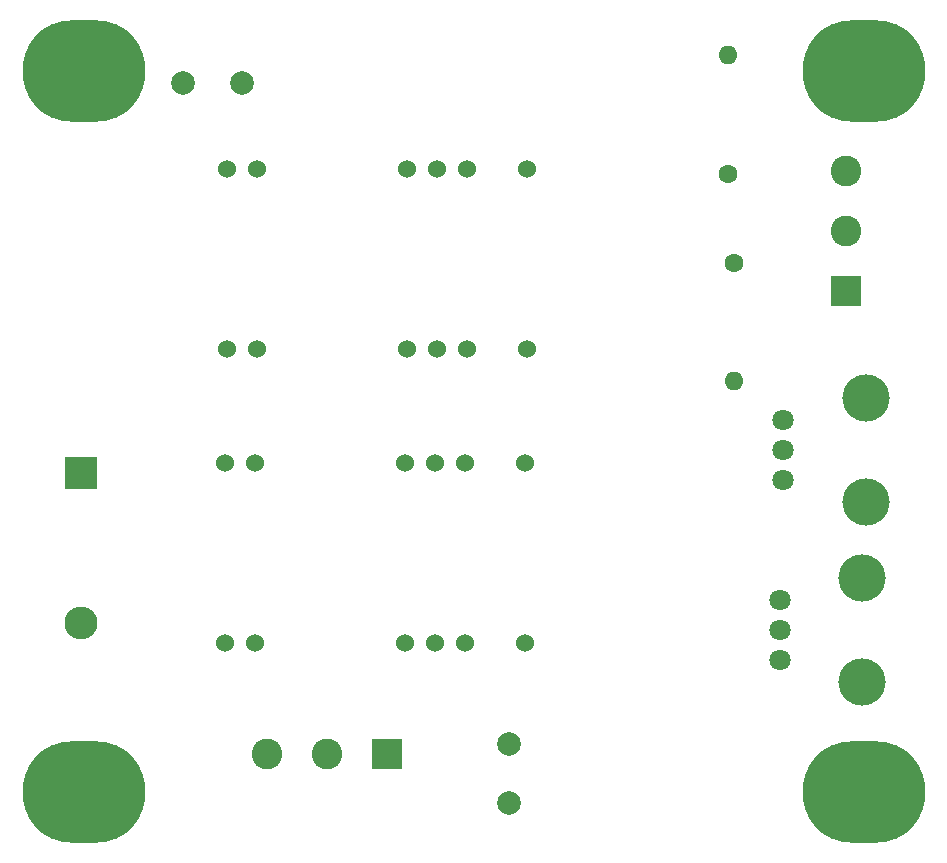
<source format=gbr>
G04 #@! TF.GenerationSoftware,KiCad,Pcbnew,(5.0.0)*
G04 #@! TF.CreationDate,2019-08-30T22:58:39+01:00*
G04 #@! TF.ProjectId,Display PSU,446973706C6179205053552E6B696361,rev?*
G04 #@! TF.SameCoordinates,Original*
G04 #@! TF.FileFunction,Soldermask,Top*
G04 #@! TF.FilePolarity,Negative*
%FSLAX46Y46*%
G04 Gerber Fmt 4.6, Leading zero omitted, Abs format (unit mm)*
G04 Created by KiCad (PCBNEW (5.0.0)) date 08/30/19 22:58:39*
%MOMM*%
%LPD*%
G01*
G04 APERTURE LIST*
%ADD10C,1.524000*%
%ADD11C,1.800000*%
%ADD12C,4.000000*%
%ADD13C,1.600000*%
%ADD14O,1.600000X1.600000*%
%ADD15R,2.600000X2.600000*%
%ADD16C,2.600000*%
%ADD17C,2.000000*%
%ADD18R,2.800000X2.800000*%
%ADD19O,2.800000X2.800000*%
%ADD20O,10.400000X8.600000*%
G04 APERTURE END LIST*
D10*
G04 #@! TO.C,U1*
X89078000Y-40309800D03*
X91618000Y-40309800D03*
X104318000Y-40309800D03*
X106858000Y-40309800D03*
X109398000Y-40309800D03*
X114478000Y-40309800D03*
X89078000Y-55549800D03*
X91618000Y-55549800D03*
X104318000Y-55549800D03*
X106858000Y-55549800D03*
X109398000Y-55549800D03*
X114478000Y-55549800D03*
G04 #@! TD*
G04 #@! TO.C,U2*
X114351000Y-80391000D03*
X109271000Y-80391000D03*
X106731000Y-80391000D03*
X104191000Y-80391000D03*
X91491000Y-80391000D03*
X88951000Y-80391000D03*
X114351000Y-65151000D03*
X109271000Y-65151000D03*
X106731000Y-65151000D03*
X104191000Y-65151000D03*
X91491000Y-65151000D03*
X88951000Y-65151000D03*
G04 #@! TD*
D11*
G04 #@! TO.C,RV1*
X135890000Y-76813400D03*
X135890000Y-79313400D03*
X135890000Y-81813400D03*
D12*
X142890000Y-74913400D03*
X142890000Y-83713400D03*
G04 #@! TD*
D13*
G04 #@! TO.C,C2*
X131496000Y-40665400D03*
D14*
X131496000Y-30665400D03*
G04 #@! TD*
G04 #@! TO.C,C4*
X132055000Y-58260000D03*
D13*
X132055000Y-48260000D03*
G04 #@! TD*
D15*
G04 #@! TO.C,J1*
X102641000Y-89789000D03*
D16*
X97561000Y-89789000D03*
X92481000Y-89789000D03*
G04 #@! TD*
G04 #@! TO.C,J2*
X141554000Y-40487600D03*
X141554000Y-45567600D03*
D15*
X141554000Y-50647600D03*
G04 #@! TD*
D17*
G04 #@! TO.C,C1*
X90373200Y-32994600D03*
X85373200Y-32994600D03*
G04 #@! TD*
G04 #@! TO.C,C3*
X112954000Y-93925400D03*
X112954000Y-88925400D03*
G04 #@! TD*
D18*
G04 #@! TO.C,D1*
X76758800Y-65989200D03*
D19*
X76758800Y-78689200D03*
G04 #@! TD*
D11*
G04 #@! TO.C,RV2*
X136195000Y-61573400D03*
X136195000Y-64073400D03*
X136195000Y-66573400D03*
D12*
X143195000Y-59673400D03*
X143195000Y-68473400D03*
G04 #@! TD*
D20*
G04 #@! TO.C,H1*
X143000000Y-32000000D03*
G04 #@! TD*
G04 #@! TO.C,H2*
X77000000Y-32000000D03*
G04 #@! TD*
G04 #@! TO.C,H4*
X77000000Y-93000000D03*
G04 #@! TD*
G04 #@! TO.C,H3*
X143000000Y-93000000D03*
G04 #@! TD*
M02*

</source>
